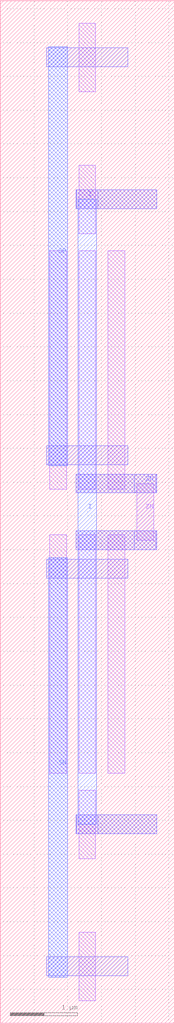
<source format=lef>
MACRO INV_28319830
  ORIGIN 0 0 ;
  FOREIGN INV_28319830 0 0 ;
  SIZE 2.58 BY 15.12 ;
  PIN ZN
    DIRECTION INOUT ;
    USE SIGNAL ;
    PORT 
      LAYER M2 ;
        RECT 1.12 7 2.32 7.28 ;
      LAYER M2 ;
        RECT 1.12 7.84 2.32 8.12 ;
      LAYER M2 ;
        RECT 1.99 7 2.31 7.28 ;
      LAYER M1 ;
        RECT 2.025 7.14 2.275 7.98 ;
      LAYER M2 ;
        RECT 1.99 7.84 2.31 8.12 ;
    END
  END ZN
  PIN I
    DIRECTION INOUT ;
    USE SIGNAL ;
    PORT 
      LAYER M2 ;
        RECT 1.12 2.8 2.32 3.08 ;
      LAYER M2 ;
        RECT 1.12 12.04 2.32 12.32 ;
      LAYER M2 ;
        RECT 1.13 2.8 1.45 3.08 ;
      LAYER M3 ;
        RECT 1.15 2.94 1.43 12.18 ;
      LAYER M2 ;
        RECT 1.13 12.04 1.45 12.32 ;
    END
  END I
  PIN SN
    DIRECTION INOUT ;
    USE SIGNAL ;
    PORT 
      LAYER M3 ;
        RECT 0.72 0.68 1 6.88 ;
    END
  END SN
  PIN SP
    DIRECTION INOUT ;
    USE SIGNAL ;
    PORT 
      LAYER M3 ;
        RECT 0.72 8.24 1 14.44 ;
    END
  END SP
  OBS 
  LAYER M1 ;
        RECT 1.165 3.695 1.415 7.225 ;
  LAYER M1 ;
        RECT 1.165 2.435 1.415 3.445 ;
  LAYER M1 ;
        RECT 1.165 0.335 1.415 1.345 ;
  LAYER M1 ;
        RECT 1.595 3.695 1.845 7.225 ;
  LAYER M1 ;
        RECT 0.735 3.695 0.985 7.225 ;
  LAYER M2 ;
        RECT 0.69 6.58 1.89 6.86 ;
  LAYER M2 ;
        RECT 0.69 0.7 1.89 0.98 ;
  LAYER M2 ;
        RECT 1.12 7 2.32 7.28 ;
  LAYER M2 ;
        RECT 1.12 2.8 2.32 3.08 ;
  LAYER M3 ;
        RECT 0.72 0.68 1 6.88 ;
  LAYER M1 ;
        RECT 1.165 7.895 1.415 11.425 ;
  LAYER M1 ;
        RECT 1.165 11.675 1.415 12.685 ;
  LAYER M1 ;
        RECT 1.165 13.775 1.415 14.785 ;
  LAYER M1 ;
        RECT 1.595 7.895 1.845 11.425 ;
  LAYER M1 ;
        RECT 0.735 7.895 0.985 11.425 ;
  LAYER M2 ;
        RECT 0.69 8.26 1.89 8.54 ;
  LAYER M2 ;
        RECT 0.69 14.14 1.89 14.42 ;
  LAYER M2 ;
        RECT 1.12 7.84 2.32 8.12 ;
  LAYER M2 ;
        RECT 1.12 12.04 2.32 12.32 ;
  LAYER M3 ;
        RECT 0.72 8.24 1 14.44 ;
  END 
END INV_28319830

</source>
